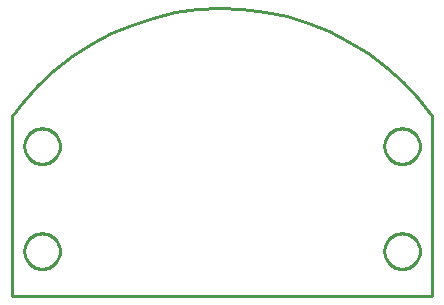
<source format=gbr>
G04 EAGLE Gerber RS-274X export*
G75*
%MOMM*%
%FSLAX34Y34*%
%LPD*%
%IN*%
%IPPOS*%
%AMOC8*
5,1,8,0,0,1.08239X$1,22.5*%
G01*
%ADD10C,0.254000*%


D10*
X0Y0D02*
X355600Y0D01*
X355600Y152400D01*
X343855Y167413D01*
X330846Y181345D01*
X316672Y194091D01*
X301441Y205552D01*
X285269Y215643D01*
X268279Y224285D01*
X250601Y231414D01*
X232369Y236975D01*
X213721Y240926D01*
X194800Y243237D01*
X175750Y243889D01*
X156715Y242879D01*
X137840Y240214D01*
X119270Y235914D01*
X101145Y230012D01*
X83604Y222552D01*
X66780Y213592D01*
X50800Y203200D01*
X35787Y191455D01*
X21855Y178445D01*
X9109Y164272D01*
X0Y152400D01*
X0Y0D01*
X345200Y126464D02*
X345124Y125396D01*
X344971Y124335D01*
X344743Y123288D01*
X344441Y122260D01*
X344067Y121256D01*
X343622Y120281D01*
X343108Y119341D01*
X342529Y118440D01*
X341887Y117582D01*
X341185Y116772D01*
X340428Y116015D01*
X339618Y115313D01*
X338760Y114671D01*
X337859Y114092D01*
X336919Y113578D01*
X335944Y113133D01*
X334940Y112759D01*
X333912Y112457D01*
X332865Y112229D01*
X331804Y112076D01*
X330736Y112000D01*
X329664Y112000D01*
X328596Y112076D01*
X327535Y112229D01*
X326488Y112457D01*
X325460Y112759D01*
X324456Y113133D01*
X323481Y113578D01*
X322541Y114092D01*
X321640Y114671D01*
X320782Y115313D01*
X319972Y116015D01*
X319215Y116772D01*
X318513Y117582D01*
X317871Y118440D01*
X317292Y119341D01*
X316778Y120281D01*
X316333Y121256D01*
X315959Y122260D01*
X315657Y123288D01*
X315429Y124335D01*
X315276Y125396D01*
X315200Y126464D01*
X315200Y127536D01*
X315276Y128604D01*
X315429Y129665D01*
X315657Y130712D01*
X315959Y131740D01*
X316333Y132744D01*
X316778Y133719D01*
X317292Y134659D01*
X317871Y135560D01*
X318513Y136418D01*
X319215Y137228D01*
X319972Y137985D01*
X320782Y138687D01*
X321640Y139329D01*
X322541Y139908D01*
X323481Y140422D01*
X324456Y140867D01*
X325460Y141241D01*
X326488Y141543D01*
X327535Y141771D01*
X328596Y141924D01*
X329664Y142000D01*
X330736Y142000D01*
X331804Y141924D01*
X332865Y141771D01*
X333912Y141543D01*
X334940Y141241D01*
X335944Y140867D01*
X336919Y140422D01*
X337859Y139908D01*
X338760Y139329D01*
X339618Y138687D01*
X340428Y137985D01*
X341185Y137228D01*
X341887Y136418D01*
X342529Y135560D01*
X343108Y134659D01*
X343622Y133719D01*
X344067Y132744D01*
X344441Y131740D01*
X344743Y130712D01*
X344971Y129665D01*
X345124Y128604D01*
X345200Y127536D01*
X345200Y126464D01*
X345200Y37564D02*
X345124Y36496D01*
X344971Y35435D01*
X344743Y34388D01*
X344441Y33360D01*
X344067Y32356D01*
X343622Y31381D01*
X343108Y30441D01*
X342529Y29540D01*
X341887Y28682D01*
X341185Y27872D01*
X340428Y27115D01*
X339618Y26413D01*
X338760Y25771D01*
X337859Y25192D01*
X336919Y24678D01*
X335944Y24233D01*
X334940Y23859D01*
X333912Y23557D01*
X332865Y23329D01*
X331804Y23176D01*
X330736Y23100D01*
X329664Y23100D01*
X328596Y23176D01*
X327535Y23329D01*
X326488Y23557D01*
X325460Y23859D01*
X324456Y24233D01*
X323481Y24678D01*
X322541Y25192D01*
X321640Y25771D01*
X320782Y26413D01*
X319972Y27115D01*
X319215Y27872D01*
X318513Y28682D01*
X317871Y29540D01*
X317292Y30441D01*
X316778Y31381D01*
X316333Y32356D01*
X315959Y33360D01*
X315657Y34388D01*
X315429Y35435D01*
X315276Y36496D01*
X315200Y37564D01*
X315200Y38636D01*
X315276Y39704D01*
X315429Y40765D01*
X315657Y41812D01*
X315959Y42840D01*
X316333Y43844D01*
X316778Y44819D01*
X317292Y45759D01*
X317871Y46660D01*
X318513Y47518D01*
X319215Y48328D01*
X319972Y49085D01*
X320782Y49787D01*
X321640Y50429D01*
X322541Y51008D01*
X323481Y51522D01*
X324456Y51967D01*
X325460Y52341D01*
X326488Y52643D01*
X327535Y52871D01*
X328596Y53024D01*
X329664Y53100D01*
X330736Y53100D01*
X331804Y53024D01*
X332865Y52871D01*
X333912Y52643D01*
X334940Y52341D01*
X335944Y51967D01*
X336919Y51522D01*
X337859Y51008D01*
X338760Y50429D01*
X339618Y49787D01*
X340428Y49085D01*
X341185Y48328D01*
X341887Y47518D01*
X342529Y46660D01*
X343108Y45759D01*
X343622Y44819D01*
X344067Y43844D01*
X344441Y42840D01*
X344743Y41812D01*
X344971Y40765D01*
X345124Y39704D01*
X345200Y38636D01*
X345200Y37564D01*
X40400Y37564D02*
X40324Y36496D01*
X40171Y35435D01*
X39943Y34388D01*
X39641Y33360D01*
X39267Y32356D01*
X38822Y31381D01*
X38308Y30441D01*
X37729Y29540D01*
X37087Y28682D01*
X36385Y27872D01*
X35628Y27115D01*
X34818Y26413D01*
X33960Y25771D01*
X33059Y25192D01*
X32119Y24678D01*
X31144Y24233D01*
X30140Y23859D01*
X29112Y23557D01*
X28065Y23329D01*
X27004Y23176D01*
X25936Y23100D01*
X24864Y23100D01*
X23796Y23176D01*
X22735Y23329D01*
X21688Y23557D01*
X20660Y23859D01*
X19656Y24233D01*
X18681Y24678D01*
X17741Y25192D01*
X16840Y25771D01*
X15982Y26413D01*
X15172Y27115D01*
X14415Y27872D01*
X13713Y28682D01*
X13071Y29540D01*
X12492Y30441D01*
X11978Y31381D01*
X11533Y32356D01*
X11159Y33360D01*
X10857Y34388D01*
X10629Y35435D01*
X10476Y36496D01*
X10400Y37564D01*
X10400Y38636D01*
X10476Y39704D01*
X10629Y40765D01*
X10857Y41812D01*
X11159Y42840D01*
X11533Y43844D01*
X11978Y44819D01*
X12492Y45759D01*
X13071Y46660D01*
X13713Y47518D01*
X14415Y48328D01*
X15172Y49085D01*
X15982Y49787D01*
X16840Y50429D01*
X17741Y51008D01*
X18681Y51522D01*
X19656Y51967D01*
X20660Y52341D01*
X21688Y52643D01*
X22735Y52871D01*
X23796Y53024D01*
X24864Y53100D01*
X25936Y53100D01*
X27004Y53024D01*
X28065Y52871D01*
X29112Y52643D01*
X30140Y52341D01*
X31144Y51967D01*
X32119Y51522D01*
X33059Y51008D01*
X33960Y50429D01*
X34818Y49787D01*
X35628Y49085D01*
X36385Y48328D01*
X37087Y47518D01*
X37729Y46660D01*
X38308Y45759D01*
X38822Y44819D01*
X39267Y43844D01*
X39641Y42840D01*
X39943Y41812D01*
X40171Y40765D01*
X40324Y39704D01*
X40400Y38636D01*
X40400Y37564D01*
X40400Y126464D02*
X40324Y125396D01*
X40171Y124335D01*
X39943Y123288D01*
X39641Y122260D01*
X39267Y121256D01*
X38822Y120281D01*
X38308Y119341D01*
X37729Y118440D01*
X37087Y117582D01*
X36385Y116772D01*
X35628Y116015D01*
X34818Y115313D01*
X33960Y114671D01*
X33059Y114092D01*
X32119Y113578D01*
X31144Y113133D01*
X30140Y112759D01*
X29112Y112457D01*
X28065Y112229D01*
X27004Y112076D01*
X25936Y112000D01*
X24864Y112000D01*
X23796Y112076D01*
X22735Y112229D01*
X21688Y112457D01*
X20660Y112759D01*
X19656Y113133D01*
X18681Y113578D01*
X17741Y114092D01*
X16840Y114671D01*
X15982Y115313D01*
X15172Y116015D01*
X14415Y116772D01*
X13713Y117582D01*
X13071Y118440D01*
X12492Y119341D01*
X11978Y120281D01*
X11533Y121256D01*
X11159Y122260D01*
X10857Y123288D01*
X10629Y124335D01*
X10476Y125396D01*
X10400Y126464D01*
X10400Y127536D01*
X10476Y128604D01*
X10629Y129665D01*
X10857Y130712D01*
X11159Y131740D01*
X11533Y132744D01*
X11978Y133719D01*
X12492Y134659D01*
X13071Y135560D01*
X13713Y136418D01*
X14415Y137228D01*
X15172Y137985D01*
X15982Y138687D01*
X16840Y139329D01*
X17741Y139908D01*
X18681Y140422D01*
X19656Y140867D01*
X20660Y141241D01*
X21688Y141543D01*
X22735Y141771D01*
X23796Y141924D01*
X24864Y142000D01*
X25936Y142000D01*
X27004Y141924D01*
X28065Y141771D01*
X29112Y141543D01*
X30140Y141241D01*
X31144Y140867D01*
X32119Y140422D01*
X33059Y139908D01*
X33960Y139329D01*
X34818Y138687D01*
X35628Y137985D01*
X36385Y137228D01*
X37087Y136418D01*
X37729Y135560D01*
X38308Y134659D01*
X38822Y133719D01*
X39267Y132744D01*
X39641Y131740D01*
X39943Y130712D01*
X40171Y129665D01*
X40324Y128604D01*
X40400Y127536D01*
X40400Y126464D01*
M02*

</source>
